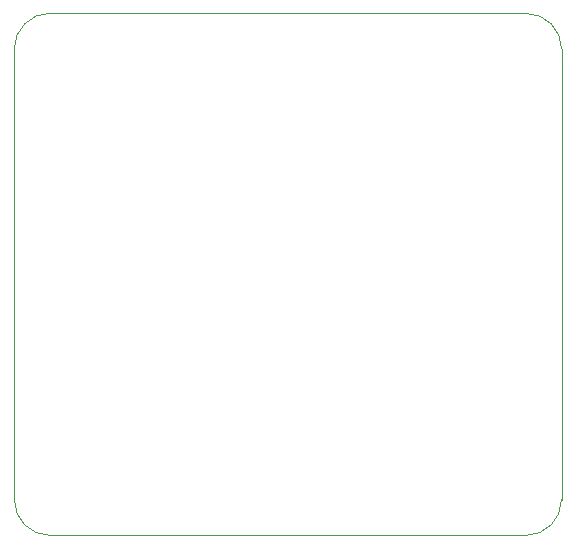
<source format=gbr>
%TF.GenerationSoftware,KiCad,Pcbnew,7.99.0-3012-g423a5b9961*%
%TF.CreationDate,2023-12-02T08:16:08-05:00*%
%TF.ProjectId,power,706f7765-722e-46b6-9963-61645f706362,V2.0*%
%TF.SameCoordinates,Original*%
%TF.FileFunction,Profile,NP*%
%FSLAX46Y46*%
G04 Gerber Fmt 4.6, Leading zero omitted, Abs format (unit mm)*
G04 Created by KiCad (PCBNEW 7.99.0-3012-g423a5b9961) date 2023-12-02 08:16:08*
%MOMM*%
%LPD*%
G01*
G04 APERTURE LIST*
%TA.AperFunction,Profile*%
%ADD10C,0.100000*%
%TD*%
G04 APERTURE END LIST*
D10*
X121870001Y-81461204D02*
X162199601Y-81461204D01*
X118870001Y-122657204D02*
X118870001Y-84461204D01*
X165199601Y-122657204D02*
G75*
G02*
X162199601Y-125657201I-3000001J4D01*
G01*
X118870001Y-84461204D02*
G75*
G02*
X121870001Y-81461201I2999999J4D01*
G01*
X165199601Y-84461204D02*
X165199601Y-122657204D01*
X162199601Y-125657204D02*
X121870001Y-125657204D01*
X162199601Y-81461204D02*
G75*
G02*
X165199596Y-84461204I-1J-2999996D01*
G01*
X121870001Y-125657204D02*
G75*
G02*
X118869996Y-122657204I-1J3000004D01*
G01*
M02*

</source>
